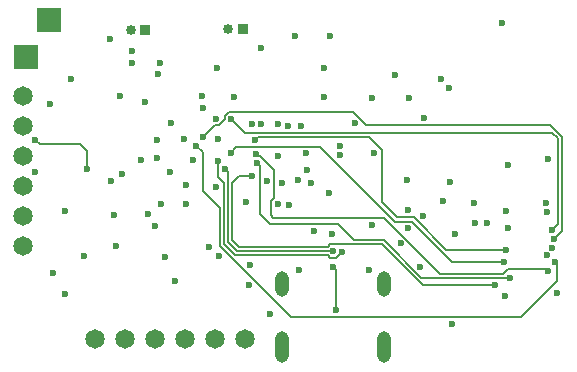
<source format=gbr>
%TF.GenerationSoftware,KiCad,Pcbnew,8.0.8*%
%TF.CreationDate,2025-02-24T15:49:23-08:00*%
%TF.ProjectId,OuterBoard_rev3.1,4f757465-7242-46f6-9172-645f72657633,rev?*%
%TF.SameCoordinates,Original*%
%TF.FileFunction,Copper,L4,Inr*%
%TF.FilePolarity,Positive*%
%FSLAX46Y46*%
G04 Gerber Fmt 4.6, Leading zero omitted, Abs format (unit mm)*
G04 Created by KiCad (PCBNEW 8.0.8) date 2025-02-24 15:49:23*
%MOMM*%
%LPD*%
G01*
G04 APERTURE LIST*
%TA.AperFunction,ComponentPad*%
%ADD10C,1.650000*%
%TD*%
%TA.AperFunction,ComponentPad*%
%ADD11R,2.000000X2.000000*%
%TD*%
%TA.AperFunction,ComponentPad*%
%ADD12R,0.850000X0.850000*%
%TD*%
%TA.AperFunction,ComponentPad*%
%ADD13C,0.850000*%
%TD*%
%TA.AperFunction,ComponentPad*%
%ADD14O,1.168400X2.667000*%
%TD*%
%TA.AperFunction,ComponentPad*%
%ADD15O,1.168400X2.159000*%
%TD*%
%TA.AperFunction,ViaPad*%
%ADD16C,0.600000*%
%TD*%
%TA.AperFunction,Conductor*%
%ADD17C,0.200000*%
%TD*%
G04 APERTURE END LIST*
D10*
%TO.N,GPIO45*%
%TO.C,J2*%
X115620800Y-104013000D03*
%TO.N,GPIO46*%
X118160800Y-104013000D03*
%TO.N,IO21{slash}USER_LED*%
X120700800Y-104013000D03*
%TO.N,D10{slash}A10{slash}MOSI*%
X123240800Y-104013000D03*
%TO.N,D9{slash}A9{slash}MISO*%
X125780800Y-104013000D03*
%TO.N,D8{slash}A8{slash}SCK*%
X128320800Y-104013000D03*
%TD*%
D11*
%TO.N,Net-(D1-K)*%
%TO.C,TP1*%
X109728000Y-80137000D03*
%TD*%
D12*
%TO.N,+BATT1*%
%TO.C,J3*%
X119837200Y-77800200D03*
D13*
%TO.N,GNDPWR*%
X118587200Y-77800200D03*
%TD*%
D14*
%TO.N,N/C*%
%TO.C,J5*%
X131449998Y-104679300D03*
X140090002Y-104679300D03*
D15*
X131449998Y-99319300D03*
X140090002Y-99319300D03*
%TD*%
D12*
%TO.N,+BATT2*%
%TO.C,J4*%
X128117600Y-77749400D03*
D13*
%TO.N,GNDPWR*%
X126867600Y-77749400D03*
%TD*%
D11*
%TO.N,Net-(D2-K)*%
%TO.C,TP2*%
X111683800Y-76962000D03*
%TD*%
D10*
%TO.N,GNDPWR*%
%TO.C,J1*%
X109524800Y-96113600D03*
%TO.N,VDC*%
X109524800Y-93573600D03*
%TO.N,D1{slash}A1*%
X109524800Y-91033600D03*
%TO.N,GNDPWR*%
X109524800Y-88493600D03*
%TO.N,VDC*%
X109524800Y-85953600D03*
%TO.N,D0{slash}A0*%
X109524800Y-83413600D03*
%TD*%
D16*
%TO.N,GND*%
X147726400Y-94157800D03*
X114935000Y-89611200D03*
X121132600Y-92504600D03*
X142111489Y-93007223D03*
X121488200Y-97002600D03*
X145669000Y-90678000D03*
X154263252Y-96239441D03*
X132860000Y-98100000D03*
X123910000Y-88790000D03*
X120802400Y-88646600D03*
X110540800Y-87096600D03*
X150320000Y-100336400D03*
X138780000Y-98160000D03*
X145084800Y-92284600D03*
X150571200Y-89230200D03*
X113030000Y-93116400D03*
X128730000Y-97690000D03*
X142028800Y-90476900D03*
X147650200Y-92456000D03*
X117889684Y-89981291D03*
X123266200Y-92532200D03*
X131069477Y-88457575D03*
X111749000Y-84037600D03*
X139238800Y-88206400D03*
X122047000Y-85648800D03*
X128652394Y-99384806D03*
X135485000Y-78335000D03*
X132535000Y-78335000D03*
X134970000Y-80990000D03*
X134970000Y-83510000D03*
X114681000Y-96926400D03*
X125196600Y-96164400D03*
X122351800Y-99034600D03*
X135661400Y-95097600D03*
X139065000Y-83540600D03*
X117201071Y-93477539D03*
X145770600Y-102743000D03*
X121943122Y-89829707D03*
X142189200Y-83540600D03*
X150012400Y-77241400D03*
%TO.N,VCC*%
X120954800Y-81538800D03*
%TO.N,+2V8*%
X143408400Y-85242400D03*
X141452600Y-95885000D03*
%TO.N,VDC*%
X117396700Y-96139000D03*
X113004600Y-100152200D03*
X121107200Y-80568800D03*
X118688700Y-79618800D03*
%TO.N,Net-(D7-K)*%
X154686000Y-100101400D03*
%TO.N,+3.3V*%
X140944600Y-81584800D03*
X123266200Y-90954600D03*
X126100000Y-96920000D03*
X120802400Y-87096600D03*
X146098900Y-95123000D03*
X111988600Y-98348800D03*
X144909600Y-81965800D03*
X142087600Y-94589600D03*
X119483800Y-88793400D03*
X123153000Y-87031400D03*
X133527800Y-89662000D03*
X110515400Y-89814400D03*
X143078200Y-97866200D03*
%TO.N,+1V8*%
X153847800Y-93192600D03*
X120700800Y-94411800D03*
%TO.N,Net-(C38-Pad1)*%
X133444702Y-88239600D03*
%TO.N,+5V*%
X130429000Y-101879400D03*
%TO.N,IO21{slash}USER_LED*%
X125830000Y-85308799D03*
%TO.N,Net-(FB1-Pad2)*%
X153949400Y-88722200D03*
%TO.N,USB_DP*%
X135962801Y-101549200D03*
X135712200Y-96520000D03*
X135712200Y-97890000D03*
X126586400Y-89603665D03*
%TO.N,USB_DN*%
X136525000Y-96570800D03*
X125984000Y-88900000D03*
%TO.N,MTCK{slash}IO39{slash}CAM_SCL*%
X139013899Y-94285101D03*
X143370000Y-93550000D03*
%TO.N,IO38{slash}DVP_VSYNC*%
X133858000Y-90728800D03*
X153725086Y-92450272D03*
%TO.N,Net-(J10-Pad8)*%
X148742400Y-94183200D03*
%TO.N,IO47{slash}DVP_HREF*%
X131987500Y-92597090D03*
X150342600Y-93141800D03*
%TO.N,IO48{slash}DVP_Y9*%
X131054076Y-92574211D03*
X150520400Y-94564200D03*
%TO.N,IO10{slash}XMCLK*%
X127127615Y-85308799D03*
X154300000Y-94700000D03*
%TO.N,IO11{slash}DVP_Y8*%
X124715600Y-86848296D03*
X154440000Y-95490000D03*
%TO.N,IO12{slash}DVP_Y7*%
X153810000Y-96840000D03*
X125984000Y-87020400D03*
%TO.N,IO13{slash}DVP_PCLK*%
X129164567Y-87102167D03*
X150418800Y-96443800D03*
%TO.N,IO14{slash}DVP_Y6*%
X154514600Y-97455000D03*
X124160450Y-87606201D03*
%TO.N,IO15{slash}DVP_Y2*%
X127076200Y-88206000D03*
X150215600Y-97434400D03*
%TO.N,IO16{slash}DVP_Y5*%
X153970000Y-98240000D03*
X129235200Y-88288500D03*
%TO.N,IO17{slash}DVP_Y3*%
X129330301Y-89044545D03*
X150710000Y-98792400D03*
%TO.N,IO18{slash}DVP_Y4*%
X149450000Y-99441000D03*
X128839742Y-90170878D03*
%TO.N,CHIP_EN*%
X133030300Y-85939200D03*
X137591800Y-85725000D03*
%TO.N,BNO_INT*%
X120091200Y-93421200D03*
X125933200Y-81049800D03*
%TO.N,D1{slash}A1*%
X131108400Y-85750400D03*
%TO.N,D0{slash}A0*%
X129592400Y-79324200D03*
%TO.N,GPIO0*%
X131953000Y-85928200D03*
X145592800Y-82753200D03*
%TO.N,BNO_RST*%
X116967000Y-90601800D03*
X124661600Y-83439000D03*
%TO.N,D8{slash}A8{slash}SCK*%
X129641600Y-85750400D03*
%TO.N,D9{slash}A9{slash}MISO*%
X128843704Y-85733896D03*
%TO.N,D10{slash}A10{slash}MOSI*%
X124714000Y-84404200D03*
%TO.N,VDD_SPI*%
X125830000Y-91135200D03*
%TO.N,SPIHD*%
X128357314Y-92410849D03*
%TO.N,SPIWP*%
X134162800Y-94818200D03*
%TO.N,SPICS0*%
X135432900Y-91643200D03*
%TO.N,SPICLK*%
X130149600Y-90576400D03*
%TO.N,SPIQ*%
X132791200Y-90500200D03*
%TO.N,SPID*%
X131445000Y-90754200D03*
%TO.N,GNDPWR*%
X118688700Y-80568800D03*
X117668297Y-83398103D03*
X127345704Y-83494601D03*
X113583130Y-81940400D03*
X119820552Y-83885375D03*
X116890800Y-78536800D03*
%TO.N,GPIO45*%
X136304681Y-88357976D03*
%TO.N,GPIO46*%
X136330000Y-87606000D03*
%TD*%
D17*
%TO.N,GND*%
X110921800Y-87477600D02*
X110540800Y-87096600D01*
X114325400Y-87477600D02*
X110921800Y-87477600D01*
X114935000Y-89611200D02*
X114935000Y-88087200D01*
X114935000Y-88087200D02*
X114325400Y-87477600D01*
%TO.N,USB_DP*%
X126847600Y-89864865D02*
X126847600Y-95758000D01*
X127609600Y-96520000D02*
X135712200Y-96520000D01*
X135712200Y-97890000D02*
X135962801Y-98140601D01*
X135962801Y-98140601D02*
X135962801Y-101549200D01*
X126847600Y-95758000D02*
X127609600Y-96520000D01*
X126586400Y-89603665D02*
X126847600Y-89864865D01*
%TO.N,USB_DN*%
X126495200Y-90780000D02*
X125984000Y-90268800D01*
X135276600Y-96872400D02*
X127463631Y-96872400D01*
X126495200Y-95903969D02*
X126495200Y-90780000D01*
X136018600Y-97077200D02*
X135481400Y-97077200D01*
X127463631Y-96872400D02*
X126495200Y-95903969D01*
X135481400Y-97077200D02*
X135276600Y-96872400D01*
X136525000Y-96570800D02*
X136018600Y-97077200D01*
X125984000Y-90268800D02*
X125984000Y-88900000D01*
%TO.N,IO10{slash}XMCLK*%
X154300000Y-94700000D02*
X154762200Y-94237800D01*
X128315216Y-86496400D02*
X127127615Y-85308799D01*
X154762200Y-86995000D02*
X154263600Y-86496400D01*
X154762200Y-94237800D02*
X154762200Y-86995000D01*
X154263600Y-86496400D02*
X128315216Y-86496400D01*
%TO.N,IO11{slash}DVP_Y8*%
X155114600Y-94815400D02*
X155114600Y-86849032D01*
X126060800Y-85865999D02*
X125697897Y-85865999D01*
X126570415Y-85356384D02*
X126060800Y-85865999D01*
X154440000Y-95490000D02*
X155114600Y-94815400D01*
X126570415Y-85077999D02*
X126570415Y-85356384D01*
X126896815Y-84751599D02*
X126570415Y-85077999D01*
X155114600Y-86849032D02*
X154142968Y-85877400D01*
X154142968Y-85877400D02*
X138532200Y-85877400D01*
X125697897Y-85865999D02*
X124715600Y-86848296D01*
X138532200Y-85877400D02*
X137406399Y-84751599D01*
X137406399Y-84751599D02*
X126896815Y-84751599D01*
%TO.N,IO13{slash}DVP_PCLK*%
X139841200Y-92378232D02*
X141142968Y-93680000D01*
X129417934Y-86848800D02*
X138741000Y-86848800D01*
X139841200Y-87949000D02*
X139841200Y-92378232D01*
X138741000Y-86848800D02*
X139841200Y-87949000D01*
X142565369Y-93680000D02*
X145329169Y-96443800D01*
X141142968Y-93680000D02*
X142565369Y-93680000D01*
X145329169Y-96443800D02*
X150418800Y-96443800D01*
X129164567Y-87102167D02*
X129417934Y-86848800D01*
%TO.N,IO14{slash}DVP_Y6*%
X154515000Y-97455000D02*
X154690000Y-97630000D01*
X151660000Y-102120000D02*
X132168800Y-102120000D01*
X154514600Y-97455000D02*
X154515000Y-97455000D01*
X124715600Y-91416200D02*
X124715600Y-88161351D01*
X126142800Y-96094000D02*
X126142800Y-92843400D01*
X132168800Y-102120000D02*
X126142800Y-96094000D01*
X126142800Y-92843400D02*
X124715600Y-91416200D01*
X124715600Y-88161351D02*
X124160450Y-87606201D01*
X154690000Y-99090000D02*
X151660000Y-102120000D01*
X154690000Y-97630000D02*
X154690000Y-99090000D01*
%TO.N,IO15{slash}DVP_Y2*%
X130377900Y-87731300D02*
X130378200Y-87731600D01*
X140997000Y-94032400D02*
X142419400Y-94032400D01*
X127076200Y-88206000D02*
X127550900Y-87731300D01*
X131163400Y-87682400D02*
X134647000Y-87682400D01*
X130378200Y-87731600D02*
X131114200Y-87731600D01*
X131114200Y-87731600D02*
X131163400Y-87682400D01*
X145821400Y-97434400D02*
X150215600Y-97434400D01*
X127550900Y-87731300D02*
X130377900Y-87731300D01*
X142419400Y-94032400D02*
X145821400Y-97434400D01*
X134647000Y-87682400D02*
X140997000Y-94032400D01*
%TO.N,IO16{slash}DVP_Y5*%
X130684901Y-93727901D02*
X130451676Y-93494676D01*
X130752000Y-89654800D02*
X129573334Y-88476134D01*
X130451676Y-92324688D02*
X130752000Y-92024364D01*
X150161000Y-98428200D02*
X144783800Y-98428200D01*
X130752000Y-92024364D02*
X130752000Y-89654800D01*
X150543600Y-98045600D02*
X150161000Y-98428200D01*
X140083501Y-93727901D02*
X130684901Y-93727901D01*
X129422834Y-88476134D02*
X129235200Y-88288500D01*
X153970000Y-98240000D02*
X153775600Y-98045600D01*
X130451676Y-93494676D02*
X130451676Y-92324688D01*
X129573334Y-88476134D02*
X129422834Y-88476134D01*
X153775600Y-98045600D02*
X150543600Y-98045600D01*
X144783800Y-98428200D02*
X140083501Y-93727901D01*
%TO.N,IO17{slash}DVP_Y3*%
X150698200Y-98780600D02*
X143195569Y-98780600D01*
X129547200Y-89261444D02*
X129330301Y-89044545D01*
X136120200Y-94261000D02*
X130430600Y-94261000D01*
X129547200Y-93377600D02*
X129547200Y-89261444D01*
X150710000Y-98792400D02*
X150698200Y-98780600D01*
X137469600Y-95610400D02*
X136120200Y-94261000D01*
X130430600Y-94261000D02*
X129547200Y-93377600D01*
X140025369Y-95610400D02*
X137469600Y-95610400D01*
X143195569Y-98780600D02*
X140025369Y-95610400D01*
%TO.N,IO18{slash}DVP_Y4*%
X135481400Y-95962800D02*
X135276600Y-96167600D01*
X139879400Y-95962800D02*
X135481400Y-95962800D01*
X127755568Y-96167600D02*
X127200000Y-95612032D01*
X127200000Y-90782800D02*
X127811922Y-90170878D01*
X143357600Y-99441000D02*
X139879400Y-95962800D01*
X127200000Y-95612032D02*
X127200000Y-90782800D01*
X135276600Y-96167600D02*
X127755568Y-96167600D01*
X127811922Y-90170878D02*
X128839742Y-90170878D01*
X149450000Y-99441000D02*
X143357600Y-99441000D01*
%TD*%
M02*

</source>
